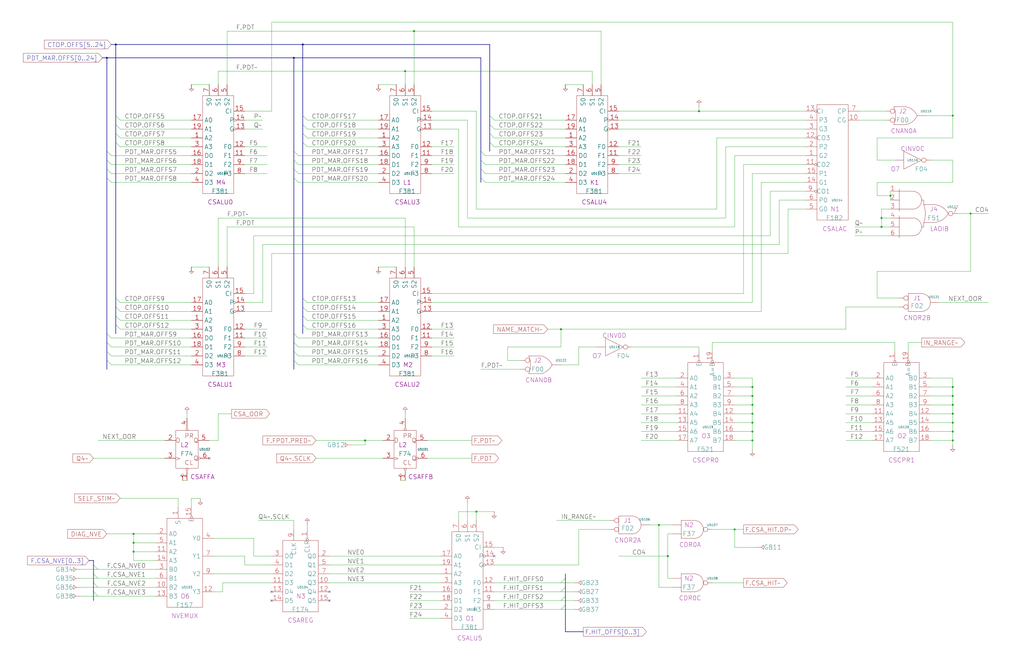
<source format=kicad_sch>
(kicad_sch (version 20230121) (generator eeschema)
  (paper "User" 584.2 378.46)
  (title_block (title "CSA OFFSET COMPARE") (date "20-MAR-90") (rev "1.0") (comment 1 "FIU") (comment 2 "232-003065") (comment 3 "S400") (comment 4 "RELEASED"))
  (junction (at 271.78 292.1))
  (junction (at 236.22 17.78))
  (junction (at 553.72 121.92))
  (junction (at 543.56 220.98))
  (junction (at 76.2 314.96))
  (junction (at 543.56 251.46))
  (junction (at 429.26 226.06))
  (junction (at 429.26 231.14))
  (junction (at 502.92 129.54))
  (junction (at 543.56 226.06))
  (junction (at 429.26 241.3))
  (junction (at 419.1 302.26))
  (junction (at 429.26 220.98))
  (junction (at 543.56 231.14))
  (junction (at 381 317.5))
  (junction (at 508 111.76))
  (junction (at 502.92 124.46))
  (junction (at 172.72 25.4))
  (junction (at 429.26 246.38))
  (junction (at 543.56 241.3))
  (junction (at 543.56 236.22))
  (junction (at 320.04 187.96))
  (junction (at 375.92 299.72))
  (junction (at 543.56 246.38))
  (junction (at 398.78 63.5))
  (junction (at 429.26 236.22))
  (junction (at 208.28 251.46))
  (junction (at 167.64 33.02))
  (junction (at 231.14 40.64))
  (junction (at 76.2 304.8))
  (junction (at 76.2 309.88))
  (junction (at 66.04 25.4))
  (junction (at 60.96 33.02))
  (junction (at 543.56 66.04))
  (junction (at 429.26 251.46))
  (no_connect (at 187.96 337.82))
  (no_connect (at 281.94 317.5))
  (no_connect (at 154.94 342.9))
  (no_connect (at 154.94 337.82))
  (no_connect (at 119.38 261.62))
  (no_connect (at 187.96 342.9))
  (bus_entry (at 60.96 190.5) (size 2.54 2.54))
  (bus_entry (at 172.72 185.42) (size 2.54 2.54))
  (bus_entry (at 60.96 86.36) (size 2.54 2.54))
  (bus_entry (at 172.72 175.26) (size 2.54 2.54))
  (bus_entry (at 172.72 81.28) (size 2.54 2.54))
  (bus_entry (at 66.04 71.12) (size 2.54 2.54))
  (bus_entry (at 274.32 91.44) (size 2.54 2.54))
  (bus_entry (at 274.32 96.52) (size 2.54 2.54))
  (bus_entry (at 167.64 205.74) (size 2.54 2.54))
  (bus_entry (at 322.58 340.36) (size -2.54 2.54))
  (bus_entry (at 167.64 190.5) (size 2.54 2.54))
  (bus_entry (at 274.32 86.36) (size 2.54 2.54))
  (bus_entry (at 167.64 101.6) (size 2.54 2.54))
  (bus_entry (at 322.58 335.28) (size -2.54 2.54))
  (bus_entry (at 172.72 71.12) (size 2.54 2.54))
  (bus_entry (at 60.96 200.66) (size 2.54 2.54))
  (bus_entry (at 167.64 195.58) (size 2.54 2.54))
  (bus_entry (at 60.96 195.58) (size 2.54 2.54))
  (bus_entry (at 66.04 66.04) (size 2.54 2.54))
  (bus_entry (at 53.34 322.58) (size 2.54 2.54))
  (bus_entry (at 172.72 170.18) (size 2.54 2.54))
  (bus_entry (at 66.04 81.28) (size 2.54 2.54))
  (bus_entry (at 172.72 180.34) (size 2.54 2.54))
  (bus_entry (at 167.64 91.44) (size 2.54 2.54))
  (bus_entry (at 167.64 86.36) (size 2.54 2.54))
  (bus_entry (at 66.04 76.2) (size 2.54 2.54))
  (bus_entry (at 167.64 200.66) (size 2.54 2.54))
  (bus_entry (at 167.64 96.52) (size 2.54 2.54))
  (bus_entry (at 53.34 337.82) (size 2.54 2.54))
  (bus_entry (at 172.72 66.04) (size 2.54 2.54))
  (bus_entry (at 322.58 345.44) (size -2.54 2.54))
  (bus_entry (at 66.04 175.26) (size 2.54 2.54))
  (bus_entry (at 60.96 101.6) (size 2.54 2.54))
  (bus_entry (at 66.04 170.18) (size 2.54 2.54))
  (bus_entry (at 279.4 76.2) (size 2.54 2.54))
  (bus_entry (at 53.34 332.74) (size 2.54 2.54))
  (bus_entry (at 66.04 180.34) (size 2.54 2.54))
  (bus_entry (at 172.72 76.2) (size 2.54 2.54))
  (bus_entry (at 279.4 71.12) (size 2.54 2.54))
  (bus_entry (at 274.32 101.6) (size 2.54 2.54))
  (bus_entry (at 279.4 81.28) (size 2.54 2.54))
  (bus_entry (at 279.4 66.04) (size 2.54 2.54))
  (bus_entry (at 60.96 91.44) (size 2.54 2.54))
  (bus_entry (at 53.34 327.66) (size 2.54 2.54))
  (bus_entry (at 60.96 96.52) (size 2.54 2.54))
  (bus_entry (at 66.04 185.42) (size 2.54 2.54))
  (bus_entry (at 60.96 205.74) (size 2.54 2.54))
  (bus_entry (at 322.58 330.2) (size -2.54 2.54))
  (wire (pts (xy 119.38 251.46) (xy 124.46 251.46)))
  (wire (pts (xy 365.76 226.06) (xy 386.08 226.06)))
  (wire (pts (xy 281.94 78.74) (xy 322.58 78.74)))
  (wire (pts (xy 246.38 193.04) (xy 259.08 193.04)))
  (wire (pts (xy 139.7 83.82) (xy 152.4 83.82)))
  (bus (pts (xy 66.04 81.28) (xy 66.04 170.18)))
  (wire (pts (xy 502.92 124.46) (xy 502.92 129.54)))
  (wire (pts (xy 45.72 330.2) (xy 55.88 330.2)))
  (wire (pts (xy 322.58 48.26) (xy 332.74 48.26)))
  (bus (pts (xy 167.64 200.66) (xy 167.64 205.74)))
  (wire (pts (xy 502.92 124.46) (xy 508 124.46)))
  (bus (pts (xy 322.58 327.66) (xy 322.58 330.2)))
  (wire (pts (xy 274.32 210.82) (xy 297.18 210.82)))
  (wire (pts (xy 406.4 302.26) (xy 419.1 302.26)))
  (wire (pts (xy 63.5 193.04) (xy 109.22 193.04)))
  (wire (pts (xy 419.1 215.9) (xy 429.26 215.9)))
  (wire (pts (xy 180.34 261.62) (xy 218.44 261.62)))
  (wire (pts (xy 353.06 88.9) (xy 365.76 88.9)))
  (wire (pts (xy 124.46 236.22) (xy 132.08 236.22)))
  (wire (pts (xy 530.86 231.14) (xy 543.56 231.14)))
  (wire (pts (xy 502.92 119.38) (xy 502.92 124.46)))
  (wire (pts (xy 154.94 144.78) (xy 154.94 177.8)))
  (bus (pts (xy 53.34 320.04) (xy 53.34 322.58)))
  (wire (pts (xy 76.2 314.96) (xy 88.9 314.96)))
  (wire (pts (xy 508 119.38) (xy 502.92 119.38)))
  (wire (pts (xy 266.7 68.58) (xy 246.38 68.58)))
  (wire (pts (xy 104.14 274.32) (xy 106.68 274.32)))
  (wire (pts (xy 381 330.2) (xy 381 317.5)))
  (wire (pts (xy 243.84 261.62) (xy 269.24 261.62)))
  (wire (pts (xy 320.04 347.98) (xy 327.66 347.98)))
  (wire (pts (xy 353.06 68.58) (xy 459.74 68.58)))
  (wire (pts (xy 320.04 208.28) (xy 330.2 208.28)))
  (wire (pts (xy 419.1 246.38) (xy 429.26 246.38)))
  (wire (pts (xy 246.38 198.12) (xy 259.08 198.12)))
  (wire (pts (xy 154.94 63.5) (xy 154.94 12.7)))
  (wire (pts (xy 353.06 99.06) (xy 365.76 99.06)))
  (wire (pts (xy 543.56 104.14) (xy 500.38 104.14)))
  (wire (pts (xy 68.58 284.48) (xy 101.6 284.48)))
  (wire (pts (xy 419.1 251.46) (xy 429.26 251.46)))
  (wire (pts (xy 419.1 302.26) (xy 424.18 302.26)))
  (bus (pts (xy 53.34 332.74) (xy 53.34 337.82)))
  (wire (pts (xy 63.5 99.06) (xy 109.22 99.06)))
  (wire (pts (xy 535.94 172.72) (xy 563.88 172.72)))
  (wire (pts (xy 139.7 99.06) (xy 152.4 99.06)))
  (wire (pts (xy 233.68 347.98) (xy 251.46 347.98)))
  (wire (pts (xy 419.1 231.14) (xy 429.26 231.14)))
  (wire (pts (xy 246.38 187.96) (xy 259.08 187.96)))
  (bus (pts (xy 172.72 185.42) (xy 172.72 190.5)))
  (wire (pts (xy 419.1 88.9) (xy 419.1 129.54)))
  (wire (pts (xy 398.78 60.96) (xy 398.78 63.5)))
  (wire (pts (xy 375.92 299.72) (xy 383.54 299.72)))
  (wire (pts (xy 63.5 208.28) (xy 109.22 208.28)))
  (wire (pts (xy 231.14 40.64) (xy 124.46 40.64)))
  (wire (pts (xy 231.14 124.46) (xy 124.46 124.46)))
  (wire (pts (xy 170.18 193.04) (xy 215.9 193.04)))
  (wire (pts (xy 459.74 93.98) (xy 424.18 93.98)))
  (wire (pts (xy 175.26 73.66) (xy 215.9 73.66)))
  (wire (pts (xy 139.7 187.96) (xy 152.4 187.96)))
  (wire (pts (xy 68.58 177.8) (xy 109.22 177.8)))
  (bus (pts (xy 167.64 96.52) (xy 167.64 101.6)))
  (wire (pts (xy 419.1 226.06) (xy 429.26 226.06)))
  (wire (pts (xy 147.32 297.18) (xy 167.64 297.18)))
  (bus (pts (xy 167.64 33.02) (xy 60.96 33.02)))
  (wire (pts (xy 500.38 78.74) (xy 543.56 78.74)))
  (wire (pts (xy 139.7 93.98) (xy 152.4 93.98)))
  (wire (pts (xy 444.5 139.7) (xy 149.86 139.7)))
  (wire (pts (xy 500.38 104.14) (xy 500.38 111.76)))
  (wire (pts (xy 149.86 172.72) (xy 139.7 172.72)))
  (wire (pts (xy 459.74 104.14) (xy 434.34 104.14)))
  (wire (pts (xy 449.58 119.38) (xy 449.58 144.78)))
  (wire (pts (xy 276.86 93.98) (xy 322.58 93.98)))
  (wire (pts (xy 487.68 134.62) (xy 508 134.62)))
  (wire (pts (xy 353.06 317.5) (xy 381 317.5)))
  (wire (pts (xy 63.5 88.9) (xy 109.22 88.9)))
  (wire (pts (xy 175.26 182.88) (xy 215.9 182.88)))
  (wire (pts (xy 139.7 68.58) (xy 149.86 68.58)))
  (wire (pts (xy 513.08 170.18) (xy 500.38 170.18)))
  (wire (pts (xy 175.26 187.96) (xy 215.9 187.96)))
  (wire (pts (xy 144.78 317.5) (xy 144.78 307.34)))
  (wire (pts (xy 281.94 347.98) (xy 320.04 347.98)))
  (wire (pts (xy 365.76 231.14) (xy 386.08 231.14)))
  (wire (pts (xy 487.68 129.54) (xy 502.92 129.54)))
  (bus (pts (xy 172.72 81.28) (xy 172.72 170.18)))
  (wire (pts (xy 200.66 254) (xy 208.28 254)))
  (wire (pts (xy 459.74 78.74) (xy 408.94 78.74)))
  (bus (pts (xy 66.04 170.18) (xy 66.04 175.26)))
  (wire (pts (xy 187.96 317.5) (xy 251.46 317.5)))
  (bus (pts (xy 63.5 25.4) (xy 66.04 25.4)))
  (wire (pts (xy 233.68 353.06) (xy 251.46 353.06)))
  (wire (pts (xy 68.58 68.58) (xy 109.22 68.58)))
  (wire (pts (xy 139.7 193.04) (xy 152.4 193.04)))
  (wire (pts (xy 439.42 134.62) (xy 144.78 134.62)))
  (wire (pts (xy 370.84 299.72) (xy 375.92 299.72)))
  (wire (pts (xy 419.1 129.54) (xy 261.62 129.54)))
  (wire (pts (xy 434.34 104.14) (xy 434.34 177.8)))
  (wire (pts (xy 320.04 332.74) (xy 327.66 332.74)))
  (wire (pts (xy 429.26 241.3) (xy 429.26 246.38)))
  (wire (pts (xy 139.7 73.66) (xy 149.86 73.66)))
  (bus (pts (xy 167.64 91.44) (xy 167.64 96.52)))
  (bus (pts (xy 172.72 25.4) (xy 66.04 25.4)))
  (wire (pts (xy 231.14 152.4) (xy 231.14 124.46)))
  (wire (pts (xy 414.02 83.82) (xy 414.02 124.46)))
  (wire (pts (xy 276.86 88.9) (xy 322.58 88.9)))
  (wire (pts (xy 360.68 198.12) (xy 398.78 198.12)))
  (wire (pts (xy 233.68 337.82) (xy 251.46 337.82)))
  (wire (pts (xy 482.6 226.06) (xy 497.84 226.06)))
  (wire (pts (xy 215.9 48.26) (xy 226.06 48.26)))
  (wire (pts (xy 317.5 297.18) (xy 347.98 297.18)))
  (wire (pts (xy 170.18 88.9) (xy 215.9 88.9)))
  (wire (pts (xy 459.74 114.3) (xy 444.5 114.3)))
  (wire (pts (xy 45.72 335.28) (xy 55.88 335.28)))
  (bus (pts (xy 53.34 322.58) (xy 53.34 327.66)))
  (wire (pts (xy 76.2 304.8) (xy 88.9 304.8)))
  (wire (pts (xy 236.22 17.78) (xy 236.22 48.26)))
  (wire (pts (xy 543.56 12.7) (xy 543.56 66.04)))
  (bus (pts (xy 58.42 33.02) (xy 60.96 33.02)))
  (wire (pts (xy 144.78 167.64) (xy 139.7 167.64)))
  (bus (pts (xy 274.32 91.44) (xy 274.32 96.52)))
  (bus (pts (xy 60.96 96.52) (xy 60.96 101.6)))
  (wire (pts (xy 543.56 231.14) (xy 543.56 236.22)))
  (bus (pts (xy 60.96 195.58) (xy 60.96 200.66)))
  (wire (pts (xy 154.94 332.74) (xy 127 332.74)))
  (wire (pts (xy 330.2 198.12) (xy 330.2 208.28)))
  (wire (pts (xy 340.36 198.12) (xy 330.2 198.12)))
  (wire (pts (xy 500.38 111.76) (xy 508 111.76)))
  (wire (pts (xy 508 111.76) (xy 508 114.3)))
  (bus (pts (xy 60.96 91.44) (xy 60.96 96.52)))
  (wire (pts (xy 419.1 312.42) (xy 419.1 302.26)))
  (bus (pts (xy 274.32 86.36) (xy 274.32 91.44)))
  (wire (pts (xy 76.2 314.96) (xy 76.2 309.88)))
  (wire (pts (xy 187.96 327.66) (xy 251.46 327.66)))
  (wire (pts (xy 459.74 119.38) (xy 449.58 119.38)))
  (wire (pts (xy 528.32 66.04) (xy 543.56 66.04)))
  (wire (pts (xy 353.06 83.82) (xy 365.76 83.82)))
  (wire (pts (xy 429.26 99.06) (xy 429.26 172.72)))
  (wire (pts (xy 271.78 63.5) (xy 246.38 63.5)))
  (bus (pts (xy 60.96 205.74) (xy 60.96 210.82)))
  (wire (pts (xy 353.06 73.66) (xy 459.74 73.66)))
  (wire (pts (xy 68.58 172.72) (xy 109.22 172.72)))
  (wire (pts (xy 170.18 208.28) (xy 215.9 208.28)))
  (bus (pts (xy 167.64 205.74) (xy 167.64 210.82)))
  (wire (pts (xy 342.9 48.26) (xy 342.9 17.78)))
  (wire (pts (xy 281.94 68.58) (xy 322.58 68.58)))
  (wire (pts (xy 243.84 251.46) (xy 269.24 251.46)))
  (bus (pts (xy 66.04 66.04) (xy 66.04 71.12)))
  (wire (pts (xy 429.26 172.72) (xy 246.38 172.72)))
  (wire (pts (xy 276.86 99.06) (xy 322.58 99.06)))
  (bus (pts (xy 66.04 71.12) (xy 66.04 76.2)))
  (wire (pts (xy 429.26 251.46) (xy 429.26 256.54)))
  (bus (pts (xy 274.32 96.52) (xy 274.32 101.6)))
  (wire (pts (xy 482.6 236.22) (xy 497.84 236.22)))
  (wire (pts (xy 88.9 320.04) (xy 76.2 320.04)))
  (wire (pts (xy 431.8 312.42) (xy 419.1 312.42)))
  (wire (pts (xy 124.46 40.64) (xy 124.46 48.26)))
  (wire (pts (xy 231.14 236.22) (xy 231.14 238.76)))
  (wire (pts (xy 187.96 322.58) (xy 251.46 322.58)))
  (wire (pts (xy 228.6 274.32) (xy 231.14 274.32)))
  (wire (pts (xy 429.26 215.9) (xy 429.26 220.98)))
  (wire (pts (xy 63.5 203.2) (xy 109.22 203.2)))
  (wire (pts (xy 530.86 220.98) (xy 543.56 220.98)))
  (bus (pts (xy 172.72 180.34) (xy 172.72 185.42)))
  (wire (pts (xy 175.26 68.58) (xy 215.9 68.58)))
  (wire (pts (xy 170.18 198.12) (xy 215.9 198.12)))
  (wire (pts (xy 365.76 236.22) (xy 386.08 236.22)))
  (wire (pts (xy 482.6 175.26) (xy 482.6 187.96)))
  (wire (pts (xy 508 111.76) (xy 508 109.22)))
  (wire (pts (xy 101.6 289.56) (xy 101.6 284.48)))
  (bus (pts (xy 279.4 25.4) (xy 172.72 25.4)))
  (wire (pts (xy 375.92 335.28) (xy 375.92 299.72)))
  (wire (pts (xy 419.1 236.22) (xy 429.26 236.22)))
  (wire (pts (xy 175.26 83.82) (xy 215.9 83.82)))
  (wire (pts (xy 76.2 309.88) (xy 76.2 304.8)))
  (wire (pts (xy 129.54 17.78) (xy 129.54 48.26)))
  (wire (pts (xy 281.94 342.9) (xy 320.04 342.9)))
  (wire (pts (xy 337.82 40.64) (xy 231.14 40.64)))
  (wire (pts (xy 459.74 99.06) (xy 429.26 99.06)))
  (bus (pts (xy 279.4 71.12) (xy 279.4 76.2)))
  (bus (pts (xy 322.58 335.28) (xy 322.58 340.36)))
  (wire (pts (xy 167.64 302.26) (xy 167.64 297.18)))
  (bus (pts (xy 172.72 175.26) (xy 172.72 180.34)))
  (bus (pts (xy 279.4 66.04) (xy 279.4 71.12)))
  (bus (pts (xy 167.64 190.5) (xy 167.64 195.58)))
  (wire (pts (xy 518.16 200.66) (xy 518.16 195.58)))
  (wire (pts (xy 414.02 124.46) (xy 266.7 124.46)))
  (wire (pts (xy 231.14 40.64) (xy 231.14 48.26)))
  (wire (pts (xy 543.56 215.9) (xy 543.56 220.98)))
  (wire (pts (xy 208.28 254) (xy 208.28 251.46)))
  (wire (pts (xy 144.78 134.62) (xy 144.78 167.64)))
  (wire (pts (xy 424.18 167.64) (xy 246.38 167.64)))
  (wire (pts (xy 271.78 292.1) (xy 281.94 292.1)))
  (wire (pts (xy 55.88 330.2) (xy 88.9 330.2)))
  (wire (pts (xy 281.94 312.42) (xy 287.02 312.42)))
  (wire (pts (xy 530.86 236.22) (xy 543.56 236.22)))
  (bus (pts (xy 60.96 200.66) (xy 60.96 205.74)))
  (bus (pts (xy 172.72 71.12) (xy 172.72 76.2)))
  (wire (pts (xy 353.06 93.98) (xy 365.76 93.98)))
  (wire (pts (xy 124.46 124.46) (xy 124.46 152.4)))
  (wire (pts (xy 553.72 121.92) (xy 563.88 121.92)))
  (wire (pts (xy 429.26 220.98) (xy 429.26 226.06)))
  (bus (pts (xy 322.58 345.44) (xy 322.58 360.68)))
  (wire (pts (xy 246.38 93.98) (xy 259.08 93.98)))
  (wire (pts (xy 320.04 342.9) (xy 327.66 342.9)))
  (wire (pts (xy 55.88 335.28) (xy 88.9 335.28)))
  (wire (pts (xy 170.18 203.2) (xy 215.9 203.2)))
  (wire (pts (xy 406.4 195.58) (xy 510.54 195.58)))
  (wire (pts (xy 297.18 205.74) (xy 289.56 205.74)))
  (wire (pts (xy 543.56 91.44) (xy 543.56 104.14)))
  (wire (pts (xy 271.78 292.1) (xy 271.78 297.18)))
  (wire (pts (xy 139.7 322.58) (xy 139.7 317.5)))
  (wire (pts (xy 500.38 91.44) (xy 500.38 78.74)))
  (bus (pts (xy 66.04 180.34) (xy 66.04 185.42)))
  (wire (pts (xy 365.76 220.98) (xy 386.08 220.98)))
  (wire (pts (xy 449.58 144.78) (xy 154.94 144.78)))
  (wire (pts (xy 482.6 187.96) (xy 320.04 187.96)))
  (wire (pts (xy 63.5 104.14) (xy 109.22 104.14)))
  (wire (pts (xy 149.86 139.7) (xy 149.86 172.72)))
  (wire (pts (xy 330.2 302.26) (xy 347.98 302.26)))
  (wire (pts (xy 289.56 198.12) (xy 320.04 198.12)))
  (wire (pts (xy 482.6 246.38) (xy 497.84 246.38)))
  (wire (pts (xy 365.76 251.46) (xy 386.08 251.46)))
  (bus (pts (xy 167.64 101.6) (xy 167.64 190.5)))
  (wire (pts (xy 482.6 215.9) (xy 497.84 215.9)))
  (wire (pts (xy 68.58 73.66) (xy 109.22 73.66)))
  (wire (pts (xy 513.08 175.26) (xy 482.6 175.26)))
  (wire (pts (xy 236.22 129.54) (xy 129.54 129.54)))
  (wire (pts (xy 180.34 251.46) (xy 208.28 251.46)))
  (wire (pts (xy 154.94 317.5) (xy 144.78 317.5)))
  (wire (pts (xy 459.74 88.9) (xy 419.1 88.9)))
  (wire (pts (xy 543.56 251.46) (xy 543.56 254)))
  (wire (pts (xy 289.56 205.74) (xy 289.56 198.12)))
  (wire (pts (xy 406.4 332.74) (xy 424.18 332.74)))
  (wire (pts (xy 236.22 17.78) (xy 129.54 17.78)))
  (wire (pts (xy 543.56 220.98) (xy 543.56 226.06)))
  (wire (pts (xy 553.72 154.94) (xy 553.72 121.92)))
  (wire (pts (xy 518.16 195.58) (xy 525.78 195.58)))
  (wire (pts (xy 76.2 320.04) (xy 76.2 314.96)))
  (wire (pts (xy 175.26 172.72) (xy 215.9 172.72)))
  (wire (pts (xy 444.5 114.3) (xy 444.5 139.7)))
  (wire (pts (xy 261.62 73.66) (xy 246.38 73.66)))
  (bus (pts (xy 66.04 76.2) (xy 66.04 81.28)))
  (bus (pts (xy 60.96 101.6) (xy 60.96 190.5)))
  (bus (pts (xy 60.96 86.36) (xy 60.96 91.44)))
  (bus (pts (xy 172.72 76.2) (xy 172.72 81.28)))
  (wire (pts (xy 170.18 99.06) (xy 215.9 99.06)))
  (bus (pts (xy 322.58 360.68) (xy 332.74 360.68)))
  (bus (pts (xy 60.96 33.02) (xy 60.96 86.36)))
  (bus (pts (xy 322.58 340.36) (xy 322.58 345.44)))
  (wire (pts (xy 337.82 48.26) (xy 337.82 40.64)))
  (wire (pts (xy 261.62 129.54) (xy 261.62 73.66)))
  (wire (pts (xy 408.94 78.74) (xy 408.94 119.38)))
  (wire (pts (xy 53.34 261.62) (xy 93.98 261.62)))
  (wire (pts (xy 530.86 246.38) (xy 543.56 246.38)))
  (bus (pts (xy 167.64 195.58) (xy 167.64 200.66)))
  (wire (pts (xy 429.26 231.14) (xy 429.26 236.22)))
  (wire (pts (xy 320.04 198.12) (xy 320.04 187.96)))
  (wire (pts (xy 281.94 332.74) (xy 320.04 332.74)))
  (wire (pts (xy 530.86 215.9) (xy 543.56 215.9)))
  (wire (pts (xy 510.54 91.44) (xy 500.38 91.44)))
  (wire (pts (xy 121.92 327.66) (xy 154.94 327.66)))
  (wire (pts (xy 320.04 187.96) (xy 312.42 187.96)))
  (wire (pts (xy 330.2 322.58) (xy 330.2 302.26)))
  (wire (pts (xy 55.88 251.46) (xy 93.98 251.46)))
  (wire (pts (xy 60.96 304.8) (xy 76.2 304.8)))
  (wire (pts (xy 530.86 241.3) (xy 543.56 241.3)))
  (wire (pts (xy 271.78 119.38) (xy 271.78 63.5)))
  (wire (pts (xy 106.68 236.22) (xy 106.68 238.76)))
  (wire (pts (xy 68.58 78.74) (xy 109.22 78.74)))
  (wire (pts (xy 109.22 152.4) (xy 119.38 152.4)))
  (wire (pts (xy 419.1 220.98) (xy 429.26 220.98)))
  (wire (pts (xy 424.18 93.98) (xy 424.18 167.64)))
  (wire (pts (xy 482.6 231.14) (xy 497.84 231.14)))
  (wire (pts (xy 429.26 246.38) (xy 429.26 251.46)))
  (bus (pts (xy 274.32 33.02) (xy 167.64 33.02)))
  (bus (pts (xy 274.32 33.02) (xy 274.32 86.36)))
  (wire (pts (xy 76.2 309.88) (xy 88.9 309.88)))
  (wire (pts (xy 490.22 63.5) (xy 505.46 63.5)))
  (wire (pts (xy 154.94 12.7) (xy 543.56 12.7)))
  (wire (pts (xy 129.54 129.54) (xy 129.54 152.4)))
  (wire (pts (xy 530.86 251.46) (xy 543.56 251.46)))
  (wire (pts (xy 281.94 337.82) (xy 320.04 337.82)))
  (wire (pts (xy 381 317.5) (xy 381 304.8)))
  (bus (pts (xy 66.04 25.4) (xy 66.04 66.04)))
  (wire (pts (xy 154.94 177.8) (xy 139.7 177.8)))
  (wire (pts (xy 342.9 17.78) (xy 236.22 17.78)))
  (wire (pts (xy 490.22 68.58) (xy 505.46 68.58)))
  (wire (pts (xy 63.5 93.98) (xy 109.22 93.98)))
  (wire (pts (xy 543.56 241.3) (xy 543.56 246.38)))
  (wire (pts (xy 482.6 220.98) (xy 497.84 220.98)))
  (bus (pts (xy 167.64 86.36) (xy 167.64 91.44)))
  (wire (pts (xy 281.94 322.58) (xy 330.2 322.58)))
  (wire (pts (xy 261.62 297.18) (xy 261.62 292.1)))
  (wire (pts (xy 45.72 325.12) (xy 55.88 325.12)))
  (wire (pts (xy 139.7 317.5) (xy 121.92 317.5)))
  (wire (pts (xy 175.26 299.72) (xy 175.26 302.26)))
  (wire (pts (xy 543.56 246.38) (xy 543.56 251.46)))
  (bus (pts (xy 60.96 190.5) (xy 60.96 195.58)))
  (wire (pts (xy 408.94 119.38) (xy 271.78 119.38)))
  (wire (pts (xy 139.7 198.12) (xy 152.4 198.12)))
  (wire (pts (xy 543.56 66.04) (xy 543.56 78.74)))
  (wire (pts (xy 398.78 63.5) (xy 459.74 63.5)))
  (wire (pts (xy 383.54 335.28) (xy 375.92 335.28)))
  (wire (pts (xy 215.9 152.4) (xy 226.06 152.4)))
  (bus (pts (xy 322.58 330.2) (xy 322.58 335.28)))
  (wire (pts (xy 55.88 340.36) (xy 88.9 340.36)))
  (wire (pts (xy 383.54 330.2) (xy 381 330.2)))
  (bus (pts (xy 53.34 337.82) (xy 53.34 342.9)))
  (wire (pts (xy 127 337.82) (xy 121.92 337.82)))
  (wire (pts (xy 139.7 63.5) (xy 154.94 63.5)))
  (wire (pts (xy 530.86 226.06) (xy 543.56 226.06)))
  (wire (pts (xy 543.56 236.22) (xy 543.56 241.3)))
  (wire (pts (xy 353.06 63.5) (xy 398.78 63.5)))
  (wire (pts (xy 55.88 325.12) (xy 88.9 325.12)))
  (wire (pts (xy 266.7 287.02) (xy 266.7 297.18)))
  (wire (pts (xy 127 332.74) (xy 127 337.82)))
  (wire (pts (xy 246.38 83.82) (xy 259.08 83.82)))
  (wire (pts (xy 434.34 177.8) (xy 246.38 177.8)))
  (wire (pts (xy 175.26 78.74) (xy 215.9 78.74)))
  (wire (pts (xy 144.78 307.34) (xy 121.92 307.34)))
  (wire (pts (xy 170.18 93.98) (xy 215.9 93.98)))
  (wire (pts (xy 281.94 73.66) (xy 322.58 73.66)))
  (wire (pts (xy 246.38 88.9) (xy 259.08 88.9)))
  (bus (pts (xy 172.72 170.18) (xy 172.72 175.26)))
  (wire (pts (xy 68.58 187.96) (xy 109.22 187.96)))
  (wire (pts (xy 68.58 182.88) (xy 109.22 182.88)))
  (bus (pts (xy 50.8 320.04) (xy 53.34 320.04)))
  (bus (pts (xy 279.4 81.28) (xy 279.4 86.36)))
  (wire (pts (xy 530.86 91.44) (xy 543.56 91.44)))
  (bus (pts (xy 279.4 76.2) (xy 279.4 81.28)))
  (bus (pts (xy 66.04 185.42) (xy 66.04 190.5)))
  (wire (pts (xy 500.38 170.18) (xy 500.38 154.94)))
  (bus (pts (xy 53.34 327.66) (xy 53.34 332.74)))
  (wire (pts (xy 266.7 124.46) (xy 266.7 68.58)))
  (wire (pts (xy 419.1 241.3) (xy 429.26 241.3)))
  (wire (pts (xy 139.7 203.2) (xy 152.4 203.2)))
  (wire (pts (xy 233.68 342.9) (xy 251.46 342.9)))
  (wire (pts (xy 429.26 226.06) (xy 429.26 231.14)))
  (wire (pts (xy 63.5 198.12) (xy 109.22 198.12)))
  (wire (pts (xy 429.26 236.22) (xy 429.26 241.3)))
  (wire (pts (xy 459.74 109.22) (xy 439.42 109.22)))
  (wire (pts (xy 170.18 104.14) (xy 215.9 104.14)))
  (wire (pts (xy 398.78 198.12) (xy 398.78 200.66)))
  (wire (pts (xy 109.22 48.26) (xy 119.38 48.26)))
  (wire (pts (xy 175.26 177.8) (xy 215.9 177.8)))
  (wire (pts (xy 500.38 154.94) (xy 553.72 154.94)))
  (bus (pts (xy 167.64 33.02) (xy 167.64 86.36)))
  (wire (pts (xy 482.6 241.3) (xy 497.84 241.3)))
  (bus (pts (xy 279.4 25.4) (xy 279.4 66.04)))
  (wire (pts (xy 543.56 226.06) (xy 543.56 231.14)))
  (wire (pts (xy 109.22 289.56) (xy 109.22 284.48)))
  (wire (pts (xy 459.74 83.82) (xy 414.02 83.82)))
  (wire (pts (xy 502.92 129.54) (xy 508 129.54)))
  (bus (pts (xy 66.04 175.26) (xy 66.04 180.34)))
  (wire (pts (xy 482.6 251.46) (xy 497.84 251.46)))
  (wire (pts (xy 208.28 251.46) (xy 218.44 251.46)))
  (wire (pts (xy 365.76 215.9) (xy 386.08 215.9)))
  (wire (pts (xy 510.54 195.58) (xy 510.54 200.66)))
  (wire (pts (xy 139.7 88.9) (xy 152.4 88.9)))
  (wire (pts (xy 546.1 121.92) (xy 553.72 121.92)))
  (bus (pts (xy 274.32 101.6) (xy 274.32 104.14)))
  (wire (pts (xy 281.94 83.82) (xy 322.58 83.82)))
  (wire (pts (xy 109.22 284.48) (xy 114.3 284.48)))
  (wire (pts (xy 406.4 200.66) (xy 406.4 195.58)))
  (wire (pts (xy 261.62 292.1) (xy 271.78 292.1)))
  (wire (pts (xy 154.94 322.58) (xy 139.7 322.58)))
  (wire (pts (xy 439.42 109.22) (xy 439.42 134.62)))
  (wire (pts (xy 246.38 99.06) (xy 259.08 99.06)))
  (wire (pts (xy 276.86 104.14) (xy 322.58 104.14)))
  (wire (pts (xy 45.72 340.36) (xy 55.88 340.36)))
  (wire (pts (xy 246.38 203.2) (xy 259.08 203.2)))
  (bus (pts (xy 172.72 25.4) (xy 172.72 66.04)))
  (wire (pts (xy 68.58 83.82) (xy 109.22 83.82)))
  (wire (pts (xy 236.22 152.4) (xy 236.22 129.54)))
  (wire (pts (xy 365.76 241.3) (xy 386.08 241.3)))
  (wire (pts (xy 124.46 251.46) (xy 124.46 236.22)))
  (bus (pts (xy 172.72 66.04) (xy 172.72 71.12)))
  (wire (pts (xy 365.76 246.38) (xy 386.08 246.38)))
  (wire (pts (xy 320.04 337.82) (xy 327.66 337.82)))
  (wire (pts (xy 381 304.8) (xy 383.54 304.8)))
  (wire (pts (xy 187.96 332.74) (xy 251.46 332.74)))
  (label "F20" (at 251.46 99.06 0) (effects (font (size 2.54 2.54))))
  (label "PDT_MAR.OFFS19" (at 177.8 99.06 0) (effects (font (size 2.54 2.54))))
  (label "PDT_MAR.OFFS23" (at 284.48 99.06 0) (effects (font (size 2.54 2.54))))
  (label "F9" (at 485.14 236.22 0) (effects (font (size 2.54 2.54))))
  (label "F16" (at 368.3 231.14 0) (effects (font (size 2.54 2.54))))
  (label "CTOP.OFFS10" (at 71.12 177.8 0) (effects (font (size 2.54 2.54))))
  (label "CO4" (at 360.68 317.5 0) (effects (font (size 2.54 2.54))))
  (label "PDT_MAR.OFFS12" (at 71.12 208.28 0) (effects (font (size 2.54 2.54))))
  (label "F23" (at 233.68 347.98 0) (effects (font (size 2.54 2.54))))
  (label "PDT_MAR.OFFS20" (at 177.8 104.14 0) (effects (font (size 2.54 2.54))))
  (label "CTOP.OFFS8" (at 71.12 83.82 0) (effects (font (size 2.54 2.54))))
  (label "F12" (at 485.14 251.46 0) (effects (font (size 2.54 2.54))))
  (label "F.PDT~" (at 274.32 210.82 0) (effects (font (size 2.54 2.54))))
  (label "CTOP.OFFS16" (at 177.8 187.96 0) (effects (font (size 2.54 2.54))))
  (label "PDT_MAR.OFFS6" (at 71.12 93.98 0) (effects (font (size 2.54 2.54))))
  (label "CTOP.OFFS17" (at 177.8 68.58 0) (effects (font (size 2.54 2.54))))
  (label "F.PDT" (at 134.62 17.78 0) (effects (font (size 2.54 2.54))))
  (label "PDT_MAR.OFFS22" (at 284.48 93.98 0) (effects (font (size 2.54 2.54))))
  (label "PDT_MAR.OFFS24" (at 284.48 104.14 0) (effects (font (size 2.54 2.54))))
  (label "CTOP.OFFS12" (at 71.12 187.96 0) (effects (font (size 2.54 2.54))))
  (label "PDT_MAR.OFFS13" (at 177.8 193.04 0) (effects (font (size 2.54 2.54))))
  (label "NVE0" (at 198.12 317.5 0) (effects (font (size 2.54 2.54))))
  (label "CTOP.OFFS9" (at 71.12 172.72 0) (effects (font (size 2.54 2.54))))
  (label "F13" (at 368.3 215.9 0) (effects (font (size 2.54 2.54))))
  (label "F20" (at 368.3 251.46 0) (effects (font (size 2.54 2.54))))
  (label "Q~" (at 487.68 129.54 0) (effects (font (size 2.54 2.54))))
  (label "F18" (at 368.3 241.3 0) (effects (font (size 2.54 2.54))))
  (label "F.HIT_OFFS2" (at 287.02 342.9 0) (effects (font (size 2.54 2.54))))
  (label "F7" (at 142.24 93.98 0) (effects (font (size 2.54 2.54))))
  (label "F17" (at 368.3 236.22 0) (effects (font (size 2.54 2.54))))
  (label "CTOP.OFFS13" (at 177.8 172.72 0) (effects (font (size 2.54 2.54))))
  (label "PDT_MAR.OFFS7" (at 71.12 99.06 0) (effects (font (size 2.54 2.54))))
  (label "CTOP.OFFS24" (at 284.48 83.82 0) (effects (font (size 2.54 2.54))))
  (label "PDT_MAR.OFFS14" (at 177.8 198.12 0) (effects (font (size 2.54 2.54))))
  (label "F8" (at 485.14 231.14 0) (effects (font (size 2.54 2.54))))
  (label "F.CSA_NVE3" (at 60.96 340.36 0) (effects (font (size 2.54 2.54))))
  (label "NVE1" (at 198.12 322.58 0) (effects (font (size 2.54 2.54))))
  (label "CTOP.OFFS18" (at 177.8 73.66 0) (effects (font (size 2.54 2.54))))
  (label "PDT_MAR.OFFS15" (at 177.8 203.2 0) (effects (font (size 2.54 2.54))))
  (label "F.HIT_OFFS1" (at 287.02 337.82 0) (effects (font (size 2.54 2.54))))
  (label "F23" (at 358.14 93.98 0) (effects (font (size 2.54 2.54))))
  (label "F19" (at 251.46 93.98 0) (effects (font (size 2.54 2.54))))
  (label "CTOP.OFFS15" (at 177.8 182.88 0) (effects (font (size 2.54 2.54))))
  (label "F12" (at 144.78 203.2 0) (effects (font (size 2.54 2.54))))
  (label "CO4" (at 556.26 121.92 0) (effects (font (size 2.54 2.54))))
  (label "F8" (at 142.24 99.06 0) (effects (font (size 2.54 2.54))))
  (label "F.HIT_OFFS3" (at 287.02 347.98 0) (effects (font (size 2.54 2.54))))
  (label "PDT_MAR.OFFS9" (at 71.12 193.04 0) (effects (font (size 2.54 2.54))))
  (label "F6" (at 142.24 88.9 0) (effects (font (size 2.54 2.54))))
  (label "CTOP.OFFS19" (at 177.8 78.74 0) (effects (font (size 2.54 2.54))))
  (label "F11" (at 485.14 246.38 0) (effects (font (size 2.54 2.54))))
  (label "F.PDT~" (at 134.62 40.64 0) (effects (font (size 2.54 2.54))))
  (label "F21" (at 233.68 337.82 0) (effects (font (size 2.54 2.54))))
  (label "PDT_MAR.OFFS16" (at 177.8 208.28 0) (effects (font (size 2.54 2.54))))
  (label "NVE3" (at 198.12 332.74 0) (effects (font (size 2.54 2.54))))
  (label "F11" (at 144.78 198.12 0) (effects (font (size 2.54 2.54))))
  (label "F10" (at 485.14 241.3 0) (effects (font (size 2.54 2.54))))
  (label "PDT_MAR.OFFS8" (at 71.12 104.14 0) (effects (font (size 2.54 2.54))))
  (label "PDT_MAR.OFFS17" (at 177.8 88.9 0) (effects (font (size 2.54 2.54))))
  (label "F.HIT_OFFS0" (at 287.02 332.74 0) (effects (font (size 2.54 2.54))))
  (label "F5" (at 142.24 83.82 0) (effects (font (size 2.54 2.54))))
  (label "F22" (at 233.68 342.9 0) (effects (font (size 2.54 2.54))))
  (label "F.CSA_NVE0" (at 60.96 325.12 0) (effects (font (size 2.54 2.54))))
  (label "CTOP.OFFS21" (at 284.48 68.58 0) (effects (font (size 2.54 2.54))))
  (label "F9" (at 144.78 187.96 0) (effects (font (size 2.54 2.54))))
  (label "F15" (at 251.46 198.12 0) (effects (font (size 2.54 2.54))))
  (label "NVE2" (at 198.12 327.66 0) (effects (font (size 2.54 2.54))))
  (label "CTOP.OFFS11" (at 71.12 182.88 0) (effects (font (size 2.54 2.54))))
  (label "F6" (at 485.14 220.98 0) (effects (font (size 2.54 2.54))))
  (label "F13" (at 251.46 187.96 0) (effects (font (size 2.54 2.54))))
  (label "CTOP.OFFS7" (at 71.12 78.74 0) (effects (font (size 2.54 2.54))))
  (label "CTOP.OFFS20" (at 177.8 83.82 0) (effects (font (size 2.54 2.54))))
  (label "PDT_MAR.OFFS21" (at 284.48 88.9 0) (effects (font (size 2.54 2.54))))
  (label "CTOP.OFFS6" (at 71.12 73.66 0) (effects (font (size 2.54 2.54))))
  (label "F.PDT" (at 134.62 129.54 0) (effects (font (size 2.54 2.54))))
  (label "F18" (at 251.46 88.9 0) (effects (font (size 2.54 2.54))))
  (label "F5" (at 485.14 215.9 0) (effects (font (size 2.54 2.54))))
  (label "PDT_MAR.OFFS11" (at 71.12 203.2 0) (effects (font (size 2.54 2.54))))
  (label "F24" (at 233.68 353.06 0) (effects (font (size 2.54 2.54))))
  (label "F.PDT~" (at 129.54 124.46 0) (effects (font (size 2.54 2.54))))
  (label "F22" (at 358.14 88.9 0) (effects (font (size 2.54 2.54))))
  (label "PDT_MAR.OFFS10" (at 71.12 198.12 0) (effects (font (size 2.54 2.54))))
  (label "PDT_MAR.OFFS18" (at 177.8 93.98 0) (effects (font (size 2.54 2.54))))
  (label "F24" (at 358.14 99.06 0) (effects (font (size 2.54 2.54))))
  (label "F17" (at 251.46 83.82 0) (effects (font (size 2.54 2.54))))
  (label "Q~" (at 144.78 73.66 0) (effects (font (size 2.54 2.54))))
  (label "Q4~.SCLK" (at 147.32 297.18 0) (effects (font (size 2.54 2.54))))
  (label "IN_RANGE~" (at 320.04 297.18 0) (effects (font (size 2.54 2.54))))
  (label "F15" (at 368.3 226.06 0) (effects (font (size 2.54 2.54))))
  (label "F14" (at 368.3 220.98 0) (effects (font (size 2.54 2.54))))
  (label "F16" (at 251.46 203.2 0) (effects (font (size 2.54 2.54))))
  (label "PDT_MAR.OFFS5" (at 71.12 88.9 0) (effects (font (size 2.54 2.54))))
  (label "F7" (at 485.14 226.06 0) (effects (font (size 2.54 2.54))))
  (label "CTOP.OFFS23" (at 284.48 78.74 0) (effects (font (size 2.54 2.54))))
  (label "F14" (at 251.46 193.04 0) (effects (font (size 2.54 2.54))))
  (label "F.CSA_NVE2" (at 60.96 335.28 0) (effects (font (size 2.54 2.54))))
  (label "NEXT_OOR" (at 58.42 251.46 0) (effects (font (size 2.54 2.54))))
  (label "F21" (at 358.14 83.82 0) (effects (font (size 2.54 2.54))))
  (label "P~" (at 144.78 68.58 0) (effects (font (size 2.54 2.54))))
  (label "CTOP.OFFS5" (at 71.12 68.58 0) (effects (font (size 2.54 2.54))))
  (label "CTOP.OFFS22" (at 284.48 73.66 0) (effects (font (size 2.54 2.54))))
  (label "NEXT_OOR" (at 541.02 172.72 0) (effects (font (size 2.54 2.54))))
  (label "F19" (at 368.3 246.38 0) (effects (font (size 2.54 2.54))))
  (label "CTOP.OFFS14" (at 177.8 177.8 0) (effects (font (size 2.54 2.54))))
  (label "F.CSA_NVE1" (at 60.96 330.2 0) (effects (font (size 2.54 2.54))))
  (label "F10" (at 144.78 193.04 0) (effects (font (size 2.54 2.54))))
  (label "P~" (at 487.68 134.62 0) (effects (font (size 2.54 2.54))))
  (global_label "SELF_STIM~" (shape input) (at 68.58 284.48 180) (effects (font (size 2.54 2.54))) (property "Intersheetrefs" "${INTERSHEET_REFS}" (at 42.5873 284.3213 0) (effects (font (size 1.905 1.905)) (justify right))))
  (global_label "F.HIT_OFFS[0..3]" (shape output) (at 332.74 360.68 0) (effects (font (size 2.54 2.54))) (property "Intersheetrefs" "${INTERSHEET_REFS}" (at 368.7717 360.5213 0) (effects (font (size 1.905 1.905)) (justify left))))
  (global_label "NAME_MATCH~" (shape input) (at 312.42 187.96 180) (effects (font (size 2.54 2.54))) (property "Intersheetrefs" "${INTERSHEET_REFS}" (at 281.5892 187.8013 0) (effects (font (size 1.905 1.905)) (justify right))))
  (global_label "PDT_MAR.OFFS[0..24]" (shape input) (at 58.42 33.02 180) (effects (font (size 2.54 2.54))) (property "Intersheetrefs" "${INTERSHEET_REFS}" (at 12.6504 33.02 0) (effects (font (size 1.905 1.905)) (justify right))))
  (global_label "Q4~" (shape input) (at 53.34 261.62 180) (effects (font (size 2.54 2.54))) (property "Intersheetrefs" "${INTERSHEET_REFS}" (at 41.6197 261.4613 0) (effects (font (size 1.905 1.905)) (justify right))))
  (global_label "F.PDT" (shape output) (at 269.24 261.62 0) (effects (font (size 2.54 2.54))) (property "Intersheetrefs" "${INTERSHEET_REFS}" (at 284.4679 261.4613 0) (effects (font (size 1.905 1.905)) (justify left))))
  (global_label "F.FPDT.PRED~" (shape input) (at 180.34 251.46 180) (effects (font (size 2.54 2.54))) (property "Intersheetrefs" "${INTERSHEET_REFS}" (at 149.993 251.3013 0) (effects (font (size 1.905 1.905)) (justify right))))
  (global_label "F.CSA_HIT~" (shape output) (at 424.18 332.74 0) (effects (font (size 2.54 2.54))) (property "Intersheetrefs" "${INTERSHEET_REFS}" (at 449.0841 332.5813 0) (effects (font (size 1.905 1.905)) (justify left))))
  (global_label "DIAG_NVE" (shape input) (at 60.96 304.8 180) (effects (font (size 2.54 2.54))) (property "Intersheetrefs" "${INTERSHEET_REFS}" (at 38.5959 304.6413 0) (effects (font (size 1.905 1.905)) (justify right))))
  (global_label "IN_RANGE~" (shape output) (at 525.78 195.58 0) (effects (font (size 2.54 2.54))) (property "Intersheetrefs" "${INTERSHEET_REFS}" (at 550.4422 195.4213 0) (effects (font (size 1.905 1.905)) (justify left))))
  (global_label "F.PDT~" (shape output) (at 269.24 251.46 0) (effects (font (size 2.54 2.54))) (property "Intersheetrefs" "${INTERSHEET_REFS}" (at 286.2822 251.3013 0) (effects (font (size 1.905 1.905)) (justify left))))
  (global_label "F.CSA_NVE[0..3]" (shape input) (at 50.8 320.04 180) (effects (font (size 2.54 2.54))) (property "Intersheetrefs" "${INTERSHEET_REFS}" (at 15.7359 319.8813 0) (effects (font (size 1.905 1.905)) (justify right))))
  (global_label "CTOP.OFFS[5..24]" (shape input) (at 63.5 25.4 180) (effects (font (size 2.54 2.54))) (property "Intersheetrefs" "${INTERSHEET_REFS}" (at 25.2911 25.2413 0) (effects (font (size 1.905 1.905)) (justify right))))
  (global_label "CSA_OOR" (shape output) (at 132.08 236.22 0) (effects (font (size 2.54 2.54))) (property "Intersheetrefs" "${INTERSHEET_REFS}" (at 153.8393 236.0613 0) (effects (font (size 1.905 1.905)) (justify left))))
  (global_label "Q4~.SCLK" (shape input) (at 180.34 261.62 180) (effects (font (size 2.54 2.54))) (property "Intersheetrefs" "${INTERSHEET_REFS}" (at 157.855 261.4613 0) (effects (font (size 1.905 1.905)) (justify right))))
  (global_label "F.CSA_HIT.DP~" (shape output) (at 424.18 302.26 0) (effects (font (size 2.54 2.54))) (property "Intersheetrefs" "${INTERSHEET_REFS}" (at 455.3736 302.1013 0) (effects (font (size 1.905 1.905)) (justify left))))
  (symbol (lib_id "r1000:GB") (at 327.66 342.9 0) (unit 1)
    (property "Reference" "GB33" (at 331.47 342.9 0) (effects (font (size 2.54 2.54)) (justify left)))
    (property "Value" "GB" (effects hide))
  )
  (symbol (lib_id "r1000:F174") (at 170.18 340.36 0) (unit 1)
    (property "Reference" "U5104" (at 172.72 335.28 0))
    (property "Value" "F174" (at 166.37 347.98 0) (effects (font (size 2.54 2.54)) (justify left)))
    (property "Location" "N3" (at 168.91 340.36 0) (effects (font (size 2.54 2.54)) (justify left)))
    (property "Name" "CSAREG" (at 171.45 355.6 0) (effects (font (size 2.54 2.54)) (justify bottom)))
  )
  (symbol (lib_id "r1000:GB") (at 327.66 347.98 0) (unit 1)
    (property "Reference" "GB37" (at 331.47 347.98 0) (effects (font (size 2.54 2.54)) (justify left)))
    (property "Value" "GB" (effects hide))
  )
  (symbol (lib_id "r1000:F521") (at 401.32 248.92 0) (unit 1)
    (property "Reference" "U5119" (at 403.86 243.84 0))
    (property "Value" "F521" (at 397.51 256.54 0) (effects (font (size 2.54 2.54)) (justify left)))
    (property "Location" "O3" (at 400.05 248.92 0) (effects (font (size 2.54 2.54)) (justify left)))
    (property "Name" "CSCPR0" (at 402.59 264.16 0) (effects (font (size 2.54 2.54)) (justify bottom)))
  )
  (symbol (lib_id "r1000:PD") (at 215.9 152.4 0) (unit 1) (in_bom no)
    (property "Reference" "#PWR05113" (effects hide))
    (property "Value" "PD" (effects hide))
  )
  (symbol (lib_id "r1000:GB") (at 327.66 332.74 0) (unit 1)
    (property "Reference" "GB23" (at 331.47 332.74 0) (effects (font (size 2.54 2.54)) (justify left)))
    (property "Value" "GB" (effects hide))
  )
  (symbol (lib_id "r1000:F381") (at 124.46 104.14 0) (unit 1)
    (property "Reference" "U5109" (at 127 99.06 0))
    (property "Value" "F381" (at 120.65 109.22 0) (effects (font (size 2.54 2.54)) (justify left)))
    (property "Location" "M4" (at 123.19 104.14 0) (effects (font (size 2.54 2.54)) (justify left)))
    (property "Name" "CSALU0" (at 125.73 116.84 0) (effects (font (size 2.54 2.54)) (justify bottom)))
  )
  (symbol (lib_id "r1000:PD") (at 109.22 48.26 0) (unit 1) (in_bom no)
    (property "Reference" "#PWR05110" (effects hide))
    (property "Value" "PD" (effects hide))
  )
  (symbol (lib_id "r1000:F157") (at 104.14 340.36 0) (unit 1)
    (property "Reference" "U5103" (at 106.68 335.28 0))
    (property "Value" "F157" (at 100.33 345.44 0) (effects (font (size 2.54 2.54)) (justify left)))
    (property "Location" "O6" (at 102.87 340.36 0) (effects (font (size 2.54 2.54)) (justify left)))
    (property "Name" "NVEMUX" (at 105.41 353.06 0) (effects (font (size 2.54 2.54)) (justify bottom)))
  )
  (symbol (lib_id "r1000:F37") (at 391.16 299.72 0) (unit 1)
    (property "Reference" "U5107" (at 406.4 299.72 0))
    (property "Value" "F37" (at 393.065 304.8 0) (effects (font (size 2.54 2.54))))
    (property "Location" "N2" (at 393.065 299.72 0) (effects (font (size 2.54 2.54))))
    (property "Name" "CDR0A" (at 393.7 312.42 0) (effects (font (size 2.54 2.54)) (justify bottom)))
  )
  (symbol (lib_id "r1000:F381") (at 231.14 208.28 0) (unit 1)
    (property "Reference" "U5112" (at 233.68 203.2 0))
    (property "Value" "F381" (at 227.33 213.36 0) (effects (font (size 2.54 2.54)) (justify left)))
    (property "Location" "M2" (at 229.87 208.28 0) (effects (font (size 2.54 2.54)) (justify left)))
    (property "Name" "CSALU2" (at 232.41 220.98 0) (effects (font (size 2.54 2.54)) (justify bottom)))
  )
  (symbol (lib_id "r1000:GB") (at 45.72 325.12 0) (mirror y) (unit 1)
    (property "Reference" "GB34" (at 41.91 325.12 0) (effects (font (size 2.54 2.54)) (justify left)))
    (property "Value" "GB" (effects hide))
  )
  (symbol (lib_id "r1000:GB") (at 327.66 337.82 0) (unit 1)
    (property "Reference" "GB27" (at 331.47 337.82 0) (effects (font (size 2.54 2.54)) (justify left)))
    (property "Value" "GB" (effects hide))
  )
  (symbol (lib_id "r1000:PD") (at 109.22 152.4 0) (unit 1) (in_bom no)
    (property "Reference" "#PWR05111" (effects hide))
    (property "Value" "PD" (effects hide))
  )
  (symbol (lib_id "r1000:F381") (at 231.14 104.14 0) (unit 1)
    (property "Reference" "U5111" (at 233.68 99.06 0))
    (property "Value" "F381" (at 227.33 109.22 0) (effects (font (size 2.54 2.54)) (justify left)))
    (property "Location" "L1" (at 229.87 104.14 0) (effects (font (size 2.54 2.54)) (justify left)))
    (property "Name" "CSALU3" (at 232.41 116.84 0) (effects (font (size 2.54 2.54)) (justify bottom)))
  )
  (symbol (lib_id "r1000:F381") (at 337.82 104.14 0) (unit 1)
    (property "Reference" "U5113" (at 340.36 99.06 0))
    (property "Value" "F381" (at 334.01 109.22 0) (effects (font (size 2.54 2.54)) (justify left)))
    (property "Location" "K1" (at 336.55 104.14 0) (effects (font (size 2.54 2.54)) (justify left)))
    (property "Name" "CSALU4" (at 339.09 116.84 0) (effects (font (size 2.54 2.54)) (justify bottom)))
  )
  (symbol (lib_id "r1000:F74") (at 228.6 254 0) (unit 1)
    (property "Reference" "U5101" (at 241.3 256.54 0))
    (property "Value" "F74" (at 227.33 259.08 0) (effects (font (size 2.54 2.54)) (justify left)))
    (property "Location" "L2" (at 227.33 254 0) (effects (font (size 2.54 2.54)) (justify left)))
    (property "Name" "CSAFFB" (at 240.03 273.685 0) (effects (font (size 2.54 2.54)) (justify bottom)))
  )
  (symbol (lib_id "r1000:PD") (at 543.56 254 0) (unit 1) (in_bom no)
    (property "Reference" "#PWR05116" (effects hide))
    (property "Value" "PD" (effects hide))
  )
  (symbol (lib_id "r1000:PD") (at 287.02 312.42 0) (unit 1) (in_bom no)
    (property "Reference" "#PWR05109" (effects hide))
    (property "Value" "PD" (effects hide))
  )
  (symbol (lib_id "r1000:F74") (at 104.14 254 0) (unit 1)
    (property "Reference" "U5102" (at 116.84 256.54 0))
    (property "Value" "F74" (at 102.87 259.08 0) (effects (font (size 2.54 2.54)) (justify left)))
    (property "Location" "L2" (at 102.87 254 0) (effects (font (size 2.54 2.54)) (justify left)))
    (property "Name" "CSAFFA" (at 115.57 273.685 0) (effects (font (size 2.54 2.54)) (justify bottom)))
  )
  (symbol (lib_id "r1000:F04") (at 350.52 198.12 0) (unit 1)
    (property "Reference" "U5118" (at 350.52 198.12 0))
    (property "Value" "F04" (at 351.79 203.2 0) (effects (font (size 2.54 2.54)) (justify left)))
    (property "Location" "O7" (at 337.82 203.2 0) (effects (font (size 2.54 2.54)) (justify left)))
    (property "Name" "CINV0D" (at 350.52 193.04 0) (effects (font (size 2.54 2.54)) (justify bottom)))
  )
  (symbol (lib_id "r1000:F381") (at 266.7 353.06 0) (unit 1)
    (property "Reference" "U5105" (at 269.24 347.98 0))
    (property "Value" "F381" (at 262.89 358.14 0) (effects (font (size 2.54 2.54)) (justify left)))
    (property "Location" "O1" (at 265.43 353.06 0) (effects (font (size 2.54 2.54)) (justify left)))
    (property "Name" "CSALU5" (at 267.97 365.76 0) (effects (font (size 2.54 2.54)) (justify bottom)))
  )
  (symbol (lib_id "r1000:GB") (at 200.66 254 0) (mirror y) (unit 1)
    (property "Reference" "GB12" (at 196.85 254 0) (effects (font (size 2.54 2.54)) (justify left)))
    (property "Value" "GB" (effects hide))
  )
  (symbol (lib_id "r1000:PU") (at 266.7 287.02 0) (unit 1)
    (property "Reference" "#PWR05107" (effects hide))
    (property "Value" "PU" (effects hide))
  )
  (symbol (lib_id "r1000:F04") (at 520.7 91.44 0) (unit 1)
    (property "Reference" "U5116" (at 520.7 91.44 0))
    (property "Value" "F04" (at 521.97 96.52 0) (effects (font (size 2.54 2.54)) (justify left)))
    (property "Location" "O7" (at 508 96.52 0) (effects (font (size 2.54 2.54)) (justify left)))
    (property "Name" "CINV0C" (at 520.7 86.36 0) (effects (font (size 2.54 2.54)) (justify bottom)))
  )
  (symbol (lib_id "r1000:F182") (at 474.98 119.38 0) (unit 1)
    (property "Reference" "U5114" (at 477.52 114.3 0))
    (property "Value" "F182" (at 471.17 124.46 0) (effects (font (size 2.54 2.54)) (justify left)))
    (property "Location" "N1" (at 473.71 119.38 0) (effects (font (size 2.54 2.54)) (justify left)))
    (property "Name" "CSALAC" (at 476.25 132.08 0) (effects (font (size 2.54 2.54)) (justify bottom)))
  )
  (symbol (lib_id "r1000:GB") (at 45.72 340.36 0) (mirror y) (unit 1)
    (property "Reference" "GB38" (at 41.91 340.36 0) (effects (font (size 2.54 2.54)) (justify left)))
    (property "Value" "GB" (effects hide))
  )
  (symbol (lib_id "r1000:F02") (at 520.7 170.18 0) (unit 1) (convert 2)
    (property "Reference" "U5121" (at 532.86 169.545 0))
    (property "Value" "F02" (at 519.43 174.625 0) (effects (font (size 2.54 2.54)) (justify left)))
    (property "Location" "J1" (at 523.24 170.18 0) (effects (font (size 2.54 2.54))))
    (property "Name" "CNOR2B" (at 523.24 182.88 0) (effects (font (size 2.54 2.54)) (justify bottom)))
  )
  (symbol (lib_id "r1000:PD") (at 429.26 256.54 0) (unit 1) (in_bom no)
    (property "Reference" "#PWR05115" (effects hide))
    (property "Value" "PD" (effects hide))
  )
  (symbol (lib_id "r1000:F00") (at 513.08 63.5 0) (unit 1) (convert 2)
    (property "Reference" "U5115" (at 528.32 63.5 0))
    (property "Value" "F00" (at 514.985 68.58 0) (effects (font (size 2.54 2.54))))
    (property "Location" "J2" (at 514.985 63.5 0) (effects (font (size 2.54 2.54))))
    (property "Name" "CNAN0A" (at 515.62 76.2 0) (effects (font (size 2.54 2.54)) (justify bottom)))
  )
  (symbol (lib_id "r1000:PU") (at 104.14 274.32 0) (unit 1)
    (property "Reference" "#PWR05103" (effects hide))
    (property "Value" "PU" (effects hide))
  )
  (symbol (lib_id "r1000:F51") (at 530.86 119.38 0) (unit 1)
    (property "Reference" "U5117" (at 543.56 118.11 0))
    (property "Value" "F51" (at 532.765 124.46 0) (effects (font (size 2.54 2.54))))
    (property "Location" "J4" (at 532.765 119.38 0) (effects (font (size 2.54 2.54))))
    (property "Name" "LAOIB" (at 535.94 132.08 0) (effects (font (size 2.54 2.54)) (justify bottom)))
  )
  (symbol (lib_id "r1000:F02") (at 355.6 297.18 0) (unit 1) (convert 2)
    (property "Reference" "U5106" (at 367.76 296.545 0))
    (property "Value" "F02" (at 354.33 301.625 0) (effects (font (size 2.54 2.54)) (justify left)))
    (property "Location" "J1" (at 358.14 297.18 0) (effects (font (size 2.54 2.54))))
    (property "Name" "CNOR2A" (at 358.14 309.88 0) (effects (font (size 2.54 2.54)) (justify bottom)))
  )
  (symbol (lib_id "r1000:F00") (at 304.8 205.74 0) (unit 1) (convert 2)
    (property "Reference" "U5122" (at 320.04 205.74 0))
    (property "Value" "F00" (at 306.705 210.82 0) (effects (font (size 2.54 2.54))))
    (property "Location" "J2" (at 306.705 205.74 0) (effects (font (size 2.54 2.54))))
    (property "Name" "CNAN0B" (at 307.34 218.44 0) (effects (font (size 2.54 2.54)) (justify bottom)))
  )
  (symbol (lib_id "r1000:GB") (at 431.8 312.42 0) (unit 1)
    (property "Reference" "GB11" (at 435.61 312.42 0) (effects (font (size 2.54 2.54)) (justify left)))
    (property "Value" "GB" (effects hide))
  )
  (symbol (lib_id "r1000:PD") (at 322.58 48.26 0) (unit 1) (in_bom no)
    (property "Reference" "#PWR05114" (effects hide))
    (property "Value" "PD" (effects hide))
  )
  (symbol (lib_id "r1000:GB") (at 45.72 335.28 0) (mirror y) (unit 1)
    (property "Reference" "GB36" (at 41.91 335.28 0) (effects (font (size 2.54 2.54)) (justify left)))
    (property "Value" "GB" (effects hide))
  )
  (symbol (lib_id "r1000:PD") (at 114.3 284.48 0) (unit 1) (in_bom no)
    (property "Reference" "#PWR05105" (effects hide))
    (property "Value" "PD" (effects hide))
  )
  (symbol (lib_id "r1000:PU") (at 106.68 236.22 0) (unit 1)
    (property "Reference" "#PWR05104" (effects hide))
    (property "Value" "PU" (effects hide))
  )
  (symbol (lib_id "r1000:PU") (at 398.78 60.96 0) (unit 1)
    (property "Reference" "#PWR0183" (effects hide))
    (property "Value" "PU" (effects hide))
  )
  (symbol (lib_id "r1000:PD") (at 281.94 292.1 0) (unit 1) (in_bom no)
    (property "Reference" "#PWR05108" (effects hide))
    (property "Value" "PD" (effects hide))
  )
  (symbol (lib_id "r1000:GB") (at 45.72 330.2 0) (mirror y) (unit 1)
    (property "Reference" "GB35" (at 41.91 330.2 0) (effects (font (size 2.54 2.54)) (justify left)))
    (property "Value" "GB" (effects hide))
  )
  (symbol (lib_id "r1000:F381") (at 124.46 208.28 0) (unit 1)
    (property "Reference" "U5110" (at 127 203.2 0))
    (property "Value" "F381" (at 120.65 213.36 0) (effects (font (size 2.54 2.54)) (justify left)))
    (property "Location" "M3" (at 123.19 208.28 0) (effects (font (size 2.54 2.54)) (justify left)))
    (property "Name" "CSALU1" (at 125.73 220.98 0) (effects (font (size 2.54 2.54)) (justify bottom)))
  )
  (symbol (lib_id "r1000:PU") (at 228.6 274.32 0) (unit 1)
    (property "Reference" "#PWR05101" (effects hide))
    (property "Value" "PU" (effects hide))
  )
  (symbol (lib_id "r1000:PU") (at 175.26 299.72 0) (unit 1)
    (property "Reference" "#PWR05106" (effects hide))
    (property "Value" "PU" (effects hide))
  )
  (symbol (lib_id "r1000:F521") (at 513.08 248.92 0) (unit 1)
    (property "Reference" "U5120" (at 515.62 243.84 0))
    (property "Value" "F521" (at 509.27 256.54 0) (effects (font (size 2.54 2.54)) (justify left)))
    (property "Location" "O2" (at 511.81 248.92 0) (effects (font (size 2.54 2.54)) (justify left)))
    (property "Name" "CSCPR1" (at 514.35 264.16 0) (effects (font (size 2.54 2.54)) (justify bottom)))
  )
  (symbol (lib_id "r1000:F37") (at 391.16 330.2 0) (unit 1)
    (property "Reference" "U5108" (at 406.4 330.2 0))
    (property "Value" "F37" (at 393.065 335.28 0) (effects (font (size 2.54 2.54))))
    (property "Location" "N2" (at 393.065 330.2 0) (effects (font (size 2.54 2.54))))
    (property "Name" "CDR0C" (at 393.7 342.9 0) (effects (font (size 2.54 2.54)) (justify bottom)))
  )
  (symbol (lib_id "r1000:PU") (at 231.14 236.22 0) (unit 1)
    (property "Reference" "#PWR05102" (effects hide))
    (property "Value" "PU" (effects hide))
  )
  (symbol (lib_id "r1000:PD") (at 215.9 48.26 0) (unit 1) (in_bom no)
    (property "Reference" "#PWR05112" (effects hide))
    (property "Value" "PD" (effects hide))
  )
)
</source>
